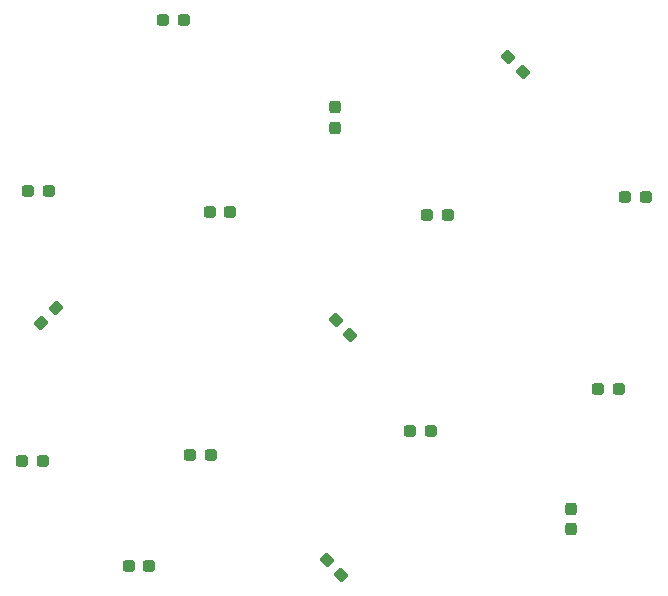
<source format=gtp>
%TF.GenerationSoftware,KiCad,Pcbnew,8.0.6*%
%TF.CreationDate,2024-11-04T22:38:12+01:00*%
%TF.ProjectId,christmas_ornament_2024,63687269-7374-46d6-9173-5f6f726e616d,1.0*%
%TF.SameCoordinates,Original*%
%TF.FileFunction,Paste,Top*%
%TF.FilePolarity,Positive*%
%FSLAX46Y46*%
G04 Gerber Fmt 4.6, Leading zero omitted, Abs format (unit mm)*
G04 Created by KiCad (PCBNEW 8.0.6) date 2024-11-04 22:38:12*
%MOMM*%
%LPD*%
G01*
G04 APERTURE LIST*
G04 Aperture macros list*
%AMRoundRect*
0 Rectangle with rounded corners*
0 $1 Rounding radius*
0 $2 $3 $4 $5 $6 $7 $8 $9 X,Y pos of 4 corners*
0 Add a 4 corners polygon primitive as box body*
4,1,4,$2,$3,$4,$5,$6,$7,$8,$9,$2,$3,0*
0 Add four circle primitives for the rounded corners*
1,1,$1+$1,$2,$3*
1,1,$1+$1,$4,$5*
1,1,$1+$1,$6,$7*
1,1,$1+$1,$8,$9*
0 Add four rect primitives between the rounded corners*
20,1,$1+$1,$2,$3,$4,$5,0*
20,1,$1+$1,$4,$5,$6,$7,0*
20,1,$1+$1,$6,$7,$8,$9,0*
20,1,$1+$1,$8,$9,$2,$3,0*%
G04 Aperture macros list end*
%ADD10RoundRect,0.237500X0.371231X-0.035355X-0.035355X0.371231X-0.371231X0.035355X0.035355X-0.371231X0*%
%ADD11RoundRect,0.237500X-0.287500X-0.237500X0.287500X-0.237500X0.287500X0.237500X-0.287500X0.237500X0*%
%ADD12RoundRect,0.237500X0.237500X-0.287500X0.237500X0.287500X-0.237500X0.287500X-0.237500X-0.287500X0*%
%ADD13RoundRect,0.237500X-0.371231X0.035355X0.035355X-0.371231X0.371231X-0.035355X-0.035355X0.371231X0*%
%ADD14RoundRect,0.237500X0.035355X0.371231X-0.371231X-0.035355X-0.035355X-0.371231X0.371231X0.035355X0*%
G04 APERTURE END LIST*
D10*
X153344806Y-114598453D03*
X152107370Y-113361017D03*
D11*
X142196806Y-83864453D03*
X143946806Y-83864453D03*
X126307806Y-104946453D03*
X128057806Y-104946453D03*
D12*
X172759524Y-110760451D03*
X172759524Y-109010453D03*
D13*
X152869370Y-93041017D03*
X154106806Y-94278453D03*
D11*
X126815806Y-82086453D03*
X128565806Y-82086453D03*
X177361806Y-82594453D03*
X179111806Y-82594453D03*
X138245806Y-67608453D03*
X139995806Y-67608453D03*
D14*
X129182242Y-92025017D03*
X127944806Y-93262453D03*
D11*
X159186806Y-102406453D03*
X160936806Y-102406453D03*
X135338806Y-113836453D03*
X137088806Y-113836453D03*
D12*
X152836806Y-76752453D03*
X152836806Y-75002455D03*
D11*
X160597806Y-84118453D03*
X162347806Y-84118453D03*
X140531806Y-104438453D03*
X142281806Y-104438453D03*
X175075806Y-98850453D03*
X176825806Y-98850453D03*
D10*
X168695524Y-72037171D03*
X167458088Y-70799735D03*
M02*

</source>
